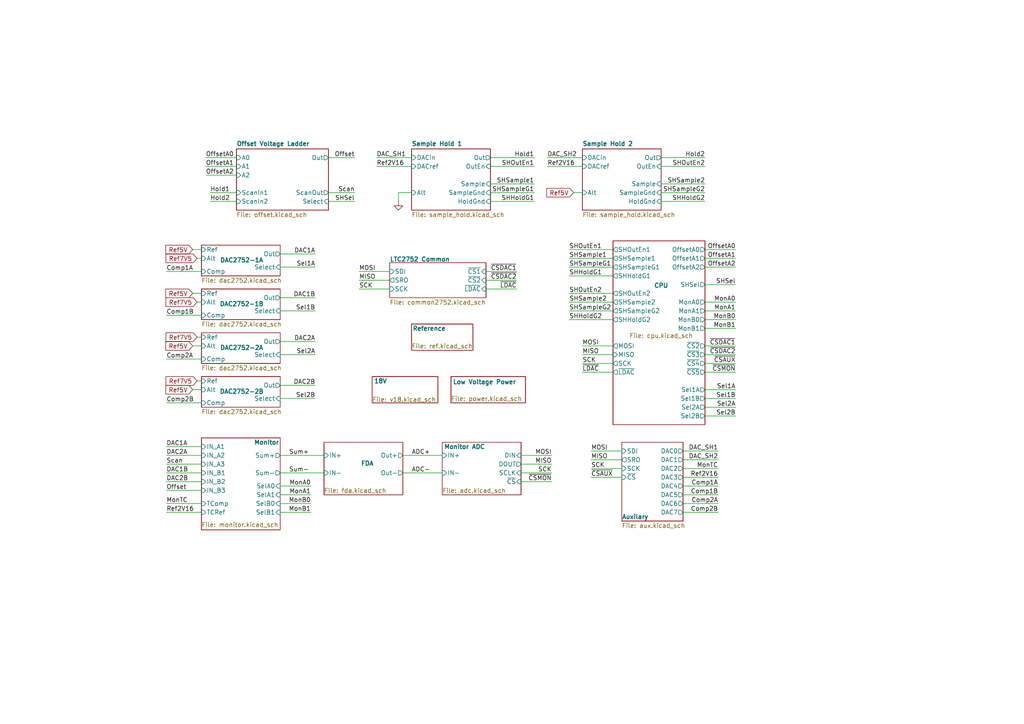
<source format=kicad_sch>
(kicad_sch (version 20250114) (generator "eeschema") (generator_version "9.0")
  (paper "A4")
  (lib_symbols
    (symbol "power:GND" (power) (pin_numbers (hide yes)) (pin_names (offset 0) (hide yes))
      (property "Value" "GND" (at 0 -3.81 0))
      (symbol "GND_0_1"
        (polyline (pts (xy 0 0) (xy 0 -1.27) (xy 1.27 -1.27) (xy 0 -2.54) (xy -1.27 -1.27) (xy 0 -1.27)))
      )
      (symbol "GND_1_1"
        (pin power_in line (at 0 0 270) (length 0) (name "~") (number "1"))
      )
    )
  )
  (wire (pts (xy 151.13 137.16) (xy 160.02 137.16)))
  (wire (pts (xy 113.03 83.82) (xy 104.14 83.82)))
  (wire (pts (xy 116.84 132.08) (xy 128.27 132.08)))
  (wire (pts (xy 55.88 113.03) (xy 58.42 113.03)))
  (wire (pts (xy 204.47 90.17) (xy 213.36 90.17)))
  (wire (pts (xy 177.8 107.95) (xy 168.91 107.95)))
  (wire (pts (xy 177.8 74.93) (xy 165.1 74.93)))
  (wire (pts (xy 168.91 48.26) (xy 158.75 48.26)))
  (wire (pts (xy 55.88 72.39) (xy 58.42 72.39)))
  (wire (pts (xy 58.42 137.16) (xy 48.26 137.16)))
  (wire (pts (xy 113.03 78.74) (xy 104.14 78.74)))
  (wire (pts (xy 68.58 48.26) (xy 59.69 48.26)))
  (wire (pts (xy 151.13 132.08) (xy 160.02 132.08)))
  (wire (pts (xy 180.34 138.43) (xy 171.45 138.43)))
  (wire (pts (xy 180.34 133.35) (xy 171.45 133.35)))
  (wire (pts (xy 81.28 111.76) (xy 91.44 111.76)))
  (wire (pts (xy 177.8 90.17) (xy 165.1 90.17)))
  (wire (pts (xy 109.22 45.72) (xy 119.38 45.72)))
  (wire (pts (xy 142.24 55.88) (xy 154.94 55.88)))
  (wire (pts (xy 204.47 102.87) (xy 213.36 102.87)))
  (wire (pts (xy 81.28 102.87) (xy 91.44 102.87)))
  (wire (pts (xy 81.28 140.97) (xy 90.17 140.97)))
  (wire (pts (xy 177.8 92.71) (xy 165.1 92.71)))
  (wire (pts (xy 115.57 55.88) (xy 115.57 58.42)))
  (wire (pts (xy 81.28 73.66) (xy 91.44 73.66)))
  (wire (pts (xy 48.26 142.24) (xy 58.42 142.24)))
  (wire (pts (xy 81.28 86.36) (xy 91.44 86.36)))
  (wire (pts (xy 158.75 45.72) (xy 168.91 45.72)))
  (wire (pts (xy 204.47 77.47) (xy 213.36 77.47)))
  (wire (pts (xy 68.58 50.8) (xy 59.69 50.8)))
  (wire (pts (xy 81.28 115.57) (xy 91.44 115.57)))
  (wire (pts (xy 191.77 45.72) (xy 204.47 45.72)))
  (wire (pts (xy 81.28 137.16) (xy 93.98 137.16)))
  (wire (pts (xy 142.24 48.26) (xy 154.94 48.26)))
  (wire (pts (xy 208.28 133.35) (xy 198.12 133.35)))
  (wire (pts (xy 191.77 53.34) (xy 204.47 53.34)))
  (wire (pts (xy 58.42 146.05) (xy 48.26 146.05)))
  (wire (pts (xy 180.34 130.81) (xy 171.45 130.81)))
  (wire (pts (xy 204.47 72.39) (xy 213.36 72.39)))
  (wire (pts (xy 57.15 97.79) (xy 58.42 97.79)))
  (wire (pts (xy 58.42 139.7) (xy 48.26 139.7)))
  (wire (pts (xy 68.58 55.88) (xy 60.96 55.88)))
  (wire (pts (xy 68.58 58.42) (xy 60.96 58.42)))
  (wire (pts (xy 204.47 107.95) (xy 213.36 107.95)))
  (wire (pts (xy 198.12 148.59) (xy 208.28 148.59)))
  (wire (pts (xy 198.12 135.89) (xy 208.28 135.89)))
  (wire (pts (xy 204.47 118.11) (xy 213.36 118.11)))
  (wire (pts (xy 81.28 90.17) (xy 91.44 90.17)))
  (wire (pts (xy 177.8 102.87) (xy 168.91 102.87)))
  (wire (pts (xy 57.15 87.63) (xy 58.42 87.63)))
  (wire (pts (xy 198.12 146.05) (xy 208.28 146.05)))
  (wire (pts (xy 81.28 148.59) (xy 90.17 148.59)))
  (wire (pts (xy 58.42 132.08) (xy 48.26 132.08)))
  (wire (pts (xy 204.47 115.57) (xy 213.36 115.57)))
  (wire (pts (xy 95.25 58.42) (xy 102.87 58.42)))
  (wire (pts (xy 198.12 138.43) (xy 208.28 138.43)))
  (wire (pts (xy 48.26 134.62) (xy 58.42 134.62)))
  (wire (pts (xy 102.87 55.88) (xy 95.25 55.88)))
  (wire (pts (xy 55.88 100.33) (xy 58.42 100.33)))
  (wire (pts (xy 204.47 120.65) (xy 213.36 120.65)))
  (wire (pts (xy 140.97 81.28) (xy 149.86 81.28)))
  (wire (pts (xy 55.88 85.09) (xy 58.42 85.09)))
  (wire (pts (xy 177.8 87.63) (xy 165.1 87.63)))
  (wire (pts (xy 177.8 80.01) (xy 165.1 80.01)))
  (wire (pts (xy 204.47 87.63) (xy 213.36 87.63)))
  (wire (pts (xy 57.15 74.93) (xy 58.42 74.93)))
  (wire (pts (xy 142.24 58.42) (xy 154.94 58.42)))
  (wire (pts (xy 58.42 78.74) (xy 48.26 78.74)))
  (wire (pts (xy 95.25 45.72) (xy 102.87 45.72)))
  (wire (pts (xy 116.84 137.16) (xy 128.27 137.16)))
  (wire (pts (xy 58.42 116.84) (xy 48.26 116.84)))
  (wire (pts (xy 208.28 130.81) (xy 198.12 130.81)))
  (wire (pts (xy 177.8 72.39) (xy 165.1 72.39)))
  (wire (pts (xy 204.47 92.71) (xy 213.36 92.71)))
  (wire (pts (xy 81.28 143.51) (xy 90.17 143.51)))
  (wire (pts (xy 177.8 85.09) (xy 165.1 85.09)))
  (wire (pts (xy 151.13 134.62) (xy 160.02 134.62)))
  (wire (pts (xy 151.13 139.7) (xy 160.02 139.7)))
  (wire (pts (xy 191.77 48.26) (xy 204.47 48.26)))
  (wire (pts (xy 204.47 82.55) (xy 213.36 82.55)))
  (wire (pts (xy 140.97 78.74) (xy 149.86 78.74)))
  (wire (pts (xy 198.12 140.97) (xy 208.28 140.97)))
  (wire (pts (xy 204.47 74.93) (xy 213.36 74.93)))
  (wire (pts (xy 204.47 95.25) (xy 213.36 95.25)))
  (wire (pts (xy 119.38 48.26) (xy 109.22 48.26)))
  (wire (pts (xy 191.77 55.88) (xy 204.47 55.88)))
  (wire (pts (xy 58.42 148.59) (xy 48.26 148.59)))
  (wire (pts (xy 191.77 58.42) (xy 204.47 58.42)))
  (wire (pts (xy 81.28 132.08) (xy 93.98 132.08)))
  (wire (pts (xy 166.37 55.88) (xy 168.91 55.88)))
  (wire (pts (xy 204.47 113.03) (xy 213.36 113.03)))
  (wire (pts (xy 177.8 100.33) (xy 168.91 100.33)))
  (wire (pts (xy 81.28 99.06) (xy 91.44 99.06)))
  (wire (pts (xy 81.28 146.05) (xy 90.17 146.05)))
  (wire (pts (xy 57.15 110.49) (xy 58.42 110.49)))
  (wire (pts (xy 142.24 45.72) (xy 154.94 45.72)))
  (wire (pts (xy 113.03 81.28) (xy 104.14 81.28)))
  (wire (pts (xy 58.42 104.14) (xy 48.26 104.14)))
  (wire (pts (xy 58.42 91.44) (xy 48.26 91.44)))
  (wire (pts (xy 177.8 77.47) (xy 165.1 77.47)))
  (wire (pts (xy 68.58 45.72) (xy 59.69 45.72)))
  (wire (pts (xy 198.12 143.51) (xy 208.28 143.51)))
  (wire (pts (xy 140.97 83.82) (xy 149.86 83.82)))
  (wire (pts (xy 204.47 105.41) (xy 213.36 105.41)))
  (wire (pts (xy 119.38 55.88) (xy 115.57 55.88)))
  (wire (pts (xy 177.8 105.41) (xy 168.91 105.41)))
  (wire (pts (xy 180.34 135.89) (xy 171.45 135.89)))
  (wire (pts (xy 142.24 53.34) (xy 154.94 53.34)))
  (wire (pts (xy 81.28 77.47) (xy 91.44 77.47)))
  (wire (pts (xy 58.42 129.54) (xy 48.26 129.54)))
  (wire (pts (xy 204.47 100.33) (xy 213.36 100.33)))
  (label "~{CSMON}" (at 160.02 139.7 180))
  (label "~{CSAUX}" (at 171.45 138.43 0))
  (label "SHSampleG1" (at 165.1 77.47 0))
  (label "~{CSDAC1}" (at 213.36 100.33 180))
  (label "Scan" (at 48.26 134.62 0))
  (label "Hold1" (at 60.96 55.88 0))
  (label "SHHoldG2" (at 204.47 58.42 180))
  (label "ADC-" (at 119.38 137.16 0))
  (label "MOSI" (at 168.91 100.33 0))
  (label "Comp2A" (at 48.26 104.14 0))
  (label "SHOutEn2" (at 204.47 48.26 180))
  (label "MonB1" (at 90.17 148.59 180))
  (label "Scan" (at 102.87 55.88 180))
  (label "SHSample2" (at 204.47 53.34 180))
  (label "OffsetA2" (at 59.69 50.8 0))
  (label "Sel1B" (at 213.36 115.57 180))
  (label "DAC1B" (at 91.44 86.36 180))
  (label "Comp2A" (at 208.28 146.05 180))
  (label "~{CSDAC1}" (at 149.86 78.74 180))
  (label "MonB0" (at 90.17 146.05 180))
  (label "SHSample2" (at 165.1 87.63 0))
  (label "Ref2V16" (at 158.75 48.26 0))
  (label "DAC_SH1" (at 208.28 130.81 180))
  (label "SHOutEn2" (at 165.1 85.09 0))
  (label "Offset" (at 102.87 45.72 180))
  (label "SHHoldG1" (at 154.94 58.42 180))
  (label "SHSample1" (at 165.1 74.93 0))
  (label "MonA0" (at 90.17 140.97 180))
  (label "OffsetA0" (at 213.36 72.39 180))
  (label "DAC_SH2" (at 158.75 45.72 0))
  (label "MISO" (at 171.45 133.35 0))
  (label "DAC2A" (at 48.26 132.08 0))
  (label "SHOutEn1" (at 165.1 72.39 0))
  (label "~{CSAUX}" (at 213.36 105.41 180))
  (label "Hold2" (at 204.47 45.72 180))
  (label "MISO" (at 160.02 134.62 180))
  (label "DAC_SH2" (at 208.28 133.35 180))
  (label "SHHoldG1" (at 165.1 80.01 0))
  (label "Ref2V16" (at 48.26 148.59 0))
  (label "MonB0" (at 213.36 92.71 180))
  (label "SHHoldG2" (at 165.1 92.71 0))
  (label "DAC1B" (at 48.26 137.16 0))
  (label "MonTC" (at 208.28 135.89 180))
  (label "SCK" (at 171.45 135.89 0))
  (label "OffsetA1" (at 213.36 74.93 180))
  (label "MonA1" (at 213.36 90.17 180))
  (label "Sel1A" (at 91.44 77.47 180))
  (label "Sum-" (at 83.82 137.16 0))
  (label "Offset" (at 48.26 142.24 0))
  (label "SHSampleG2" (at 204.47 55.88 180))
  (label "Ref2V16" (at 208.28 138.43 180))
  (label "Comp2B" (at 48.26 116.84 0))
  (label "Comp1A" (at 48.26 78.74 0))
  (label "Sel2B" (at 91.44 115.57 180))
  (label "OffsetA1" (at 59.69 48.26 0))
  (label "SHSampleG2" (at 165.1 90.17 0))
  (label "Comp2B" (at 208.28 148.59 180))
  (label "DAC_SH1" (at 109.22 45.72 0))
  (label "OffsetA2" (at 213.36 77.47 180))
  (label "MonB1" (at 213.36 95.25 180))
  (label "SCK" (at 104.14 83.82 0))
  (label "DAC2A" (at 91.44 99.06 180))
  (label "SCK" (at 168.91 105.41 0))
  (label "SCK" (at 160.02 137.16 180))
  (label "Sel2B" (at 213.36 120.65 180))
  (label "Sum+" (at 83.82 132.08 0))
  (label "MOSI" (at 171.45 130.81 0))
  (label "Hold2" (at 60.96 58.42 0))
  (label "MISO" (at 168.91 102.87 0))
  (label "MonA1" (at 90.17 143.51 180))
  (label "~{LDAC}" (at 149.86 83.82 180))
  (label "SHSampleG1" (at 154.94 55.88 180))
  (label "Sel2A" (at 91.44 102.87 180))
  (label "SHSel" (at 213.36 82.55 180))
  (label "Sel1B" (at 91.44 90.17 180))
  (label "DAC2B" (at 48.26 139.7 0))
  (label "DAC2B" (at 91.44 111.76 180))
  (label "MOSI" (at 160.02 132.08 180))
  (label "Hold1" (at 154.94 45.72 180))
  (label "MISO" (at 104.14 81.28 0))
  (label "Comp1B" (at 48.26 91.44 0))
  (label "Sel1A" (at 213.36 113.03 180))
  (label "ADC+" (at 119.38 132.08 0))
  (label "SHSel" (at 102.87 58.42 180))
  (label "SHSample1" (at 154.94 53.34 180))
  (label "MonTC" (at 48.26 146.05 0))
  (label "Comp1B" (at 208.28 143.51 180))
  (label "MOSI" (at 104.14 78.74 0))
  (label "OffsetA0" (at 59.69 45.72 0))
  (label "DAC1A" (at 91.44 73.66 180))
  (label "~{LDAC}" (at 168.91 107.95 0))
  (label "DAC1A" (at 48.26 129.54 0))
  (label "Comp1A" (at 208.28 140.97 180))
  (label "SHOutEn1" (at 154.94 48.26 180))
  (label "~{CSDAC2}" (at 213.36 102.87 180))
  (label "MonA0" (at 213.36 87.63 180))
  (label "Ref2V16" (at 109.22 48.26 0))
  (label "~{CSMON}" (at 213.36 107.95 180))
  (label "~{CSDAC2}" (at 149.86 81.28 180))
  (label "Sel2A" (at 213.36 118.11 180))
  (global_label "Ref7V5" (shape input) (at 57.15 110.49 180) (property "Intersheetrefs" "${INTERSHEET_REFS}" (at 49.2904 110.49 0) (effects (justify right))))
  (global_label "Ref5V" (shape input) (at 55.88 72.39 180) (property "Intersheetrefs" "${INTERSHEET_REFS}" (at 49.2904 72.39 0) (effects (justify right))))
  (global_label "Ref5V" (shape input) (at 166.37 55.88 180) (property "Intersheetrefs" "${INTERSHEET_REFS}" (at 167.6544 53.34 0) (effects (justify right))))
  (global_label "Ref7V5" (shape input) (at 57.15 87.63 180) (property "Intersheetrefs" "${INTERSHEET_REFS}" (at 49.2904 87.63 0) (effects (justify right))))
  (global_label "Ref5V" (shape input) (at 55.88 113.03 180) (property "Intersheetrefs" "${INTERSHEET_REFS}" (at 49.2904 113.03 0) (effects (justify right))))
  (global_label "Ref7V5" (shape input) (at 57.15 74.93 180) (property "Intersheetrefs" "${INTERSHEET_REFS}" (at 49.2904 74.93 0) (effects (justify right))))
  (global_label "Ref5V" (shape input) (at 55.88 100.33 180) (property "Intersheetrefs" "${INTERSHEET_REFS}" (at 49.2904 100.33 0) (effects (justify right))))
  (global_label "Ref5V" (shape input) (at 55.88 85.09 180) (property "Intersheetrefs" "${INTERSHEET_REFS}" (at 49.2904 85.09 0) (effects (justify right))))
  (global_label "Ref7V5" (shape input) (at 57.15 97.79 180) (property "Intersheetrefs" "${INTERSHEET_REFS}" (at 49.2904 97.79 0) (effects (justify right))))
  (symbol (lib_id "power:GND") (at 115.57 58.42 0) (unit 1)
    (property "Reference" "#PWR072" (effects (hide yes)))
    (property "Value" "GND" (effects (hide yes)))
    (property "Description" "Power symbol creates a global label with name \"GND\" , ground" (effects (hide yes)))
  )
  (sheet (at 58.42 83.82) (size 22.86 8.89) (stroke (width 0.1524))
    (property "Sheetname" "DAC2752-1B" (at 70.104 88.138 0) (effects (font (thickness 0.254) (bold yes))))
    (property "Sheetfile" "dac2752.kicad_sch" (at 58.42 93.2946 0) (effects (justify left top)))
    (pin "Out" output (at 81.28 86.36 0))
    (pin "Ref" input (at 58.42 85.09 180))
    (pin "Comp" input (at 58.42 91.44 180))
    (pin "Select" input (at 81.28 90.17 0))
    (pin "Alt" input (at 58.42 87.63 180))
  )
  (sheet (at 58.42 96.52) (size 22.86 8.89) (stroke (width 0.1524))
    (property "Sheetname" "DAC2752-2A" (at 70.104 100.838 0) (effects (font (thickness 0.254) (bold yes))))
    (property "Sheetfile" "dac2752.kicad_sch" (at 58.42 105.9946 0) (effects (justify left top)))
    (pin "Out" output (at 81.28 99.06 0))
    (pin "Ref" input (at 58.42 97.79 180))
    (pin "Comp" input (at 58.42 104.14 180))
    (pin "Select" input (at 81.28 102.87 0))
    (pin "Alt" input (at 58.42 100.33 180))
  )
  (sheet (at 119.38 93.98) (size 17.78 7.62) (stroke (width 0.1524))
    (property "Sheetname" "Reference" (at 119.634 96.012 0) (effects (font (thickness 0.254) (bold yes)) (justify left bottom)))
    (property "Sheetfile" "ref.kicad_sch" (at 119.38 99.6446 0) (effects (justify left top)))
  )
  (sheet (at 177.8 69.85) (size 26.67 53.34) (stroke (width 0.1524))
    (property "Sheetname" "CPU" (at 191.77 82.804 0) (effects (font (thickness 0.254) (bold yes))))
    (property "Sheetfile" "cpu.kicad_sch" (at 191.77 97.3586 0))
    (pin "MonA0" output (at 204.47 87.63 0))
    (pin "MonA1" output (at 204.47 90.17 0))
    (pin "MonB0" output (at 204.47 92.71 0))
    (pin "MonB1" output (at 204.47 95.25 0))
    (pin "OffsetA0" output (at 204.47 72.39 0))
    (pin "OffsetA1" output (at 204.47 74.93 0))
    (pin "OffsetA2" output (at 204.47 77.47 0))
    (pin "SHHoldG1" output (at 177.8 80.01 180))
    (pin "SHHoldG2" output (at 177.8 92.71 180))
    (pin "SHOutEn1" output (at 177.8 72.39 180))
    (pin "SHOutEn2" output (at 177.8 85.09 180))
    (pin "SHSample1" output (at 177.8 74.93 180))
    (pin "SHSample2" output (at 177.8 87.63 180))
    (pin "SHSampleG1" output (at 177.8 77.47 180))
    (pin "SHSampleG2" output (at 177.8 90.17 180))
    (pin "SHSel" output (at 204.47 82.55 0))
    (pin "~{CS2}" output (at 204.47 100.33 0))
    (pin "~{CS3}" output (at 204.47 102.87 0))
    (pin "~{CS4}" output (at 204.47 105.41 0))
    (pin "~{CS5}" output (at 204.47 107.95 0))
    (pin "MISO" input (at 177.8 102.87 180))
    (pin "MOSI" output (at 177.8 100.33 180))
    (pin "SCK" output (at 177.8 105.41 180))
    (pin "~{LDAC}" output (at 177.8 107.95 180))
    (pin "Sel1A" output (at 204.47 113.03 0))
    (pin "Sel1B" output (at 204.47 115.57 0))
    (pin "Sel2A" output (at 204.47 118.11 0))
    (pin "Sel2B" output (at 204.47 120.65 0))
  )
  (sheet (at 168.91 43.18) (size 22.86 17.78) (stroke (width 0.1524))
    (property "Sheetname" "Sample Hold 2" (at 168.91 42.418 0) (effects (font (thickness 0.254) (bold yes)) (justify left bottom)))
    (property "Sheetfile" "sample_hold.kicad_sch" (at 168.91 61.5446 0) (effects (justify left top)))
    (pin "DACin" input (at 168.91 45.72 180))
    (pin "Sample" input (at 191.77 53.34 0))
    (pin "Alt" input (at 168.91 55.88 180))
    (pin "DACref" input (at 168.91 48.26 180))
    (pin "HoldGnd" input (at 191.77 58.42 0))
    (pin "Out" output (at 191.77 45.72 0))
    (pin "OutEn" input (at 191.77 48.26 0))
    (pin "SampleGnd" input (at 191.77 55.88 0))
  )
  (sheet (at 107.95 109.22) (size 19.05 7.62) (stroke (width 0.1524))
    (property "Sheetname" "18V" (at 108.458 111.252 0) (effects (font (thickness 0.254) (bold yes)) (justify left bottom)))
    (property "Sheetfile" "v18.kicad_sch" (at 107.95 115.1386 0) (effects (justify left top)))
  )
  (sheet (at 119.38 43.18) (size 22.86 17.78) (stroke (width 0.1524))
    (property "Sheetname" "Sample Hold 1" (at 119.38 42.418 0) (effects (font (thickness 0.254) (bold yes)) (justify left bottom)))
    (property "Sheetfile" "sample_hold.kicad_sch" (at 119.38 61.5446 0) (effects (justify left top)))
    (pin "DACin" input (at 119.38 45.72 180))
    (pin "Sample" input (at 142.24 53.34 0))
    (pin "Alt" input (at 119.38 55.88 180))
    (pin "DACref" input (at 119.38 48.26 180))
    (pin "HoldGnd" input (at 142.24 58.42 0))
    (pin "Out" output (at 142.24 45.72 0))
    (pin "OutEn" input (at 142.24 48.26 0))
    (pin "SampleGnd" input (at 142.24 55.88 0))
  )
  (sheet (at 93.98 128.27) (size 22.86 15.24) (stroke (width 0.1524))
    (property "Sheetname" "FDA" (at 104.648 135.128 0) (effects (font (thickness 0.254) (bold yes)) (justify left bottom)))
    (property "Sheetfile" "fda.kicad_sch" (at 93.98 141.5546 0) (effects (justify left top)))
    (pin "IN+" input (at 93.98 132.08 180))
    (pin "IN-" input (at 93.98 137.16 180))
    (pin "Out+" output (at 116.84 132.08 0))
    (pin "Out-" output (at 116.84 137.16 0))
  )
  (sheet (at 130.81 109.22) (size 21.59 7.62) (stroke (width 0.1524))
    (property "Sheetname" "Low Voltage Power" (at 131.318 111.506 0) (effects (font (thickness 0.254) (bold yes)) (justify left bottom)))
    (property "Sheetfile" "power.kicad_sch" (at 130.81 114.8846 0) (effects (justify left top)))
  )
  (sheet (at 58.42 109.22) (size 22.86 8.89) (stroke (width 0.1524))
    (property "Sheetname" "DAC2752-2B" (at 70.104 113.538 0) (effects (font (thickness 0.254) (bold yes))))
    (property "Sheetfile" "dac2752.kicad_sch" (at 58.42 118.6946 0) (effects (justify left top)))
    (pin "Out" output (at 81.28 111.76 0))
    (pin "Ref" input (at 58.42 110.49 180))
    (pin "Comp" input (at 58.42 116.84 180))
    (pin "Select" input (at 81.28 115.57 0))
    (pin "Alt" input (at 58.42 113.03 180))
  )
  (sheet (at 58.42 127) (size 22.86 26.67) (stroke (width 0.1524))
    (property "Sheetname" "Monitor" (at 73.66 129.032 0) (effects (font (thickness 0.254) (bold yes)) (justify left bottom)))
    (property "Sheetfile" "monitor.kicad_sch" (at 58.42 151.4606 0) (effects (justify left top)))
    (pin "IN_A1" input (at 58.42 129.54 180))
    (pin "IN_A2" input (at 58.42 132.08 180))
    (pin "IN_A3" input (at 58.42 134.62 180))
    (pin "IN_B1" input (at 58.42 137.16 180))
    (pin "IN_B2" input (at 58.42 139.7 180))
    (pin "IN_B3" input (at 58.42 142.24 180))
    (pin "TCRef" input (at 58.42 148.59 180))
    (pin "SelA1" input (at 81.28 143.51 0))
    (pin "SelA0" input (at 81.28 140.97 0))
    (pin "SelB1" input (at 81.28 148.59 0))
    (pin "SelB0" input (at 81.28 146.05 0))
    (pin "TComp" input (at 58.42 146.05 180))
    (pin "Sum+" output (at 81.28 132.08 0))
    (pin "Sum-" output (at 81.28 137.16 0))
  )
  (sheet (at 113.03 76.2) (size 27.94 10.16) (stroke (width 0.1524))
    (property "Sheetname" "LTC2752 Common" (at 113.03 75.946 0) (effects (font (thickness 0.254) (bold yes)) (justify left bottom)))
    (property "Sheetfile" "common2752.kicad_sch" (at 113.03 86.9446 0) (effects (justify left top)))
    (pin "SCK" input (at 113.03 83.82 180))
    (pin "SDI" input (at 113.03 78.74 180))
    (pin "SRO" output (at 113.03 81.28 180))
    (pin "~{CS1}" input (at 140.97 78.74 0))
    (pin "~{CS2}" input (at 140.97 81.28 0))
    (pin "~{LDAC}" input (at 140.97 83.82 0))
  )
  (sheet (at 128.27 128.27) (size 22.86 15.24) (stroke (width 0.1524))
    (property "Sheetname" "Monitor ADC" (at 128.778 130.302 0) (effects (font (thickness 0.254) (bold yes)) (justify left bottom)))
    (property "Sheetfile" "adc.kicad_sch" (at 128.27 141.5546 0) (effects (justify left top)))
    (pin "IN+" input (at 128.27 132.08 180))
    (pin "IN-" input (at 128.27 137.16 180))
    (pin "DIN" input (at 151.13 132.08 0))
    (pin "DOUT" output (at 151.13 134.62 0))
    (pin "SCLK" input (at 151.13 137.16 0))
    (pin "~{CS}" input (at 151.13 139.7 0))
  )
  (sheet (at 58.42 71.12) (size 22.86 8.89) (stroke (width 0.1524))
    (property "Sheetname" "DAC2752-1A" (at 70.104 75.438 0) (effects (font (thickness 0.254) (bold yes))))
    (property "Sheetfile" "dac2752.kicad_sch" (at 58.42 80.5946 0) (effects (justify left top)))
    (pin "Out" output (at 81.28 73.66 0))
    (pin "Ref" input (at 58.42 72.39 180))
    (pin "Comp" input (at 58.42 78.74 180))
    (pin "Select" input (at 81.28 77.47 0))
    (pin "Alt" input (at 58.42 74.93 180))
  )
  (sheet (at 180.34 128.27) (size 17.78 22.86) (stroke (width 0.1524))
    (property "Sheetname" "Auxilary" (at 180.34 150.622 0) (effects (font (thickness 0.254) (bold yes)) (justify left bottom)))
    (property "Sheetfile" "aux.kicad_sch" (at 180.34 151.7146 0) (effects (justify left top)))
    (pin "DAC0" output (at 198.12 130.81 0))
    (pin "DAC1" output (at 198.12 133.35 0))
    (pin "DAC2" output (at 198.12 135.89 0))
    (pin "DAC3" output (at 198.12 138.43 0))
    (pin "DAC4" output (at 198.12 140.97 0))
    (pin "DAC5" output (at 198.12 143.51 0))
    (pin "DAC6" output (at 198.12 146.05 0))
    (pin "DAC7" output (at 198.12 148.59 0))
    (pin "SCK" input (at 180.34 135.89 180))
    (pin "SDI" input (at 180.34 130.81 180))
    (pin "SRO" output (at 180.34 133.35 180))
    (pin "~{CS}" input (at 180.34 138.43 180))
  )
  (sheet (at 68.58 43.18) (size 26.67 17.78) (stroke (width 0.1524))
    (property "Sheetname" "Offset Voltage Ladder" (at 68.58 42.418 0) (effects (font (thickness 0.254) (bold yes)) (justify left bottom)))
    (property "Sheetfile" "offset.kicad_sch" (at 68.58 61.5446 0) (effects (justify left top)))
    (pin "A0" input (at 68.58 45.72 180))
    (pin "A1" input (at 68.58 48.26 180))
    (pin "A2" input (at 68.58 50.8 180))
    (pin "Out" output (at 95.25 45.72 0))
    (pin "ScanIn1" input (at 68.58 55.88 180))
    (pin "ScanIn2" input (at 68.58 58.42 180))
    (pin "ScanOut" output (at 95.25 55.88 0))
    (pin "Select" input (at 95.25 58.42 0))
  )
)
</source>
